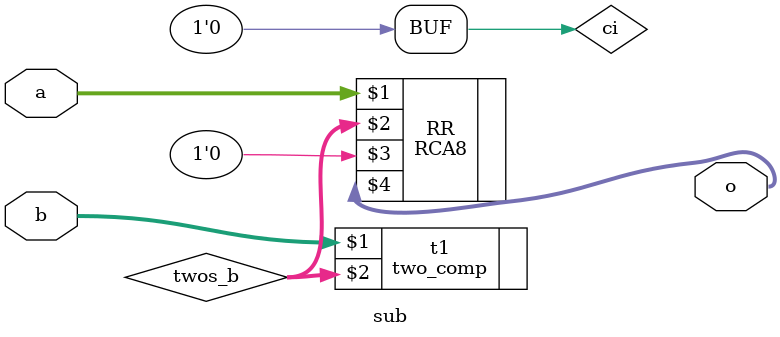
<source format=v>
`timescale 1ns/1ns
`include "2s_comp.v"

module sub(
  input wire[7:0] a,b,
  output wire[7:0] o
);
  wire [7:0] twos_b;
  wire ci;
  buf(ci,0);
  //A-B = A + ~B + 1;
  two_comp t1(b,twos_b);
  RCA8 RR(a,twos_b,ci,o);

endmodule
</source>
